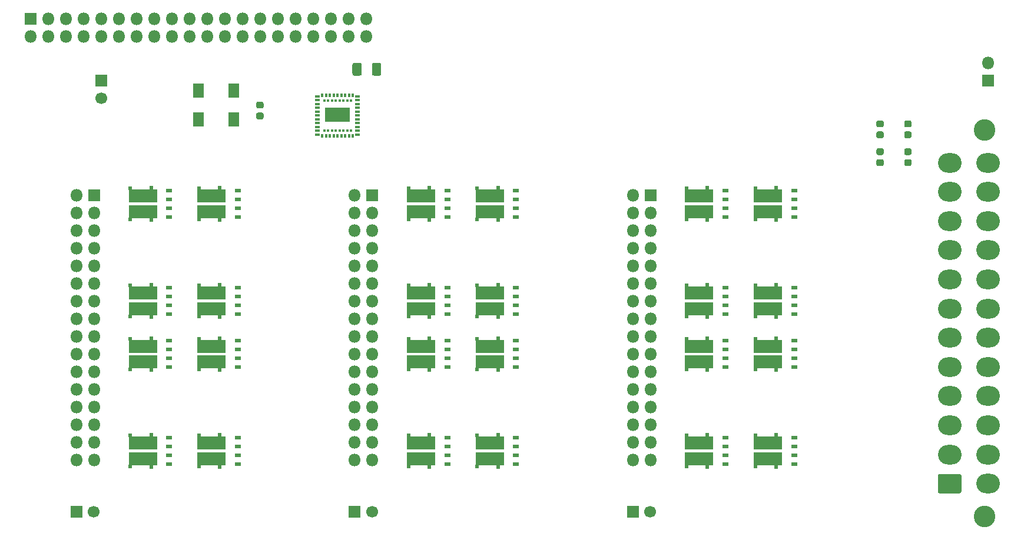
<source format=gbr>
%TF.GenerationSoftware,KiCad,Pcbnew,(5.1.6)-1*%
%TF.CreationDate,2020-07-20T16:14:19+09:00*%
%TF.ProjectId,PWM-LT8500,50574d2d-4c54-4383-9530-302e6b696361,rev?*%
%TF.SameCoordinates,Original*%
%TF.FileFunction,Soldermask,Top*%
%TF.FilePolarity,Negative*%
%FSLAX46Y46*%
G04 Gerber Fmt 4.6, Leading zero omitted, Abs format (unit mm)*
G04 Created by KiCad (PCBNEW (5.1.6)-1) date 2020-07-20 16:14:19*
%MOMM*%
%LPD*%
G01*
G04 APERTURE LIST*
%ADD10R,0.400000X0.450000*%
%ADD11R,0.650000X0.400000*%
%ADD12R,0.400000X0.600000*%
%ADD13R,3.600000X2.000000*%
%ADD14R,1.500000X2.100000*%
%ADD15C,1.700000*%
%ADD16R,1.700000X1.700000*%
%ADD17O,1.800000X1.800000*%
%ADD18R,1.800000X1.800000*%
%ADD19R,0.610000X0.685000*%
%ADD20R,0.510000X0.570000*%
%ADD21R,4.090000X1.830000*%
%ADD22R,0.820000X0.510000*%
%ADD23C,3.100000*%
%ADD24O,3.400000X2.800000*%
G04 APERTURE END LIST*
D10*
%TO.C,U1*%
X70925000Y-38835000D03*
X70375000Y-38835000D03*
X69825000Y-38835000D03*
X69275000Y-38835000D03*
X68725000Y-38835000D03*
X68175000Y-38835000D03*
X67625000Y-38835000D03*
X70925000Y-43185000D03*
X70375000Y-43185000D03*
X69825000Y-43185000D03*
X69275000Y-43185000D03*
X68725000Y-43185000D03*
X68175000Y-43185000D03*
X67625000Y-43185000D03*
D11*
X66125000Y-38260000D03*
X66125000Y-38810000D03*
X66125000Y-39360000D03*
X66125000Y-39910000D03*
X66125000Y-40460000D03*
X66125000Y-41010000D03*
X66125000Y-41560000D03*
X66125000Y-42110000D03*
X66125000Y-42660000D03*
X66125000Y-43210000D03*
X66125000Y-43760000D03*
X71875000Y-38260000D03*
X71875000Y-38810000D03*
X71875000Y-39360000D03*
X71875000Y-39910000D03*
X71875000Y-40460000D03*
X71875000Y-41010000D03*
X71875000Y-41560000D03*
X71875000Y-42110000D03*
X71875000Y-42660000D03*
X71875000Y-43210000D03*
X71875000Y-43760000D03*
D12*
X71200000Y-38110000D03*
X70650000Y-38110000D03*
X70100000Y-38110000D03*
X69550000Y-38110000D03*
X69000000Y-38110000D03*
X68450000Y-38110000D03*
X67900000Y-38110000D03*
X67350000Y-38110000D03*
X66800000Y-38110000D03*
X71200000Y-43910000D03*
X70650000Y-43910000D03*
X70100000Y-43910000D03*
X69550000Y-43910000D03*
X69000000Y-43910000D03*
X68450000Y-43910000D03*
X67900000Y-43910000D03*
X67350000Y-43910000D03*
X66800000Y-43910000D03*
D10*
X67075000Y-38835000D03*
X67075000Y-43185000D03*
D13*
X69000000Y-40850000D03*
%TD*%
D14*
%TO.C,Y1*%
X48960000Y-37400000D03*
X54040000Y-37400000D03*
X54040000Y-41600000D03*
X48960000Y-41600000D03*
%TD*%
%TO.C,C1*%
G36*
G01*
X57548750Y-40587500D02*
X58111250Y-40587500D01*
G75*
G02*
X58355000Y-40831250I0J-243750D01*
G01*
X58355000Y-41318750D01*
G75*
G02*
X58111250Y-41562500I-243750J0D01*
G01*
X57548750Y-41562500D01*
G75*
G02*
X57305000Y-41318750I0J243750D01*
G01*
X57305000Y-40831250D01*
G75*
G02*
X57548750Y-40587500I243750J0D01*
G01*
G37*
G36*
G01*
X57548750Y-39012500D02*
X58111250Y-39012500D01*
G75*
G02*
X58355000Y-39256250I0J-243750D01*
G01*
X58355000Y-39743750D01*
G75*
G02*
X58111250Y-39987500I-243750J0D01*
G01*
X57548750Y-39987500D01*
G75*
G02*
X57305000Y-39743750I0J243750D01*
G01*
X57305000Y-39256250D01*
G75*
G02*
X57548750Y-39012500I243750J0D01*
G01*
G37*
%TD*%
%TO.C,C3*%
G36*
G01*
X73935000Y-34995000D02*
X73935000Y-33685000D01*
G75*
G02*
X74205000Y-33415000I270000J0D01*
G01*
X75015000Y-33415000D01*
G75*
G02*
X75285000Y-33685000I0J-270000D01*
G01*
X75285000Y-34995000D01*
G75*
G02*
X75015000Y-35265000I-270000J0D01*
G01*
X74205000Y-35265000D01*
G75*
G02*
X73935000Y-34995000I0J270000D01*
G01*
G37*
G36*
G01*
X71135000Y-34995000D02*
X71135000Y-33685000D01*
G75*
G02*
X71405000Y-33415000I270000J0D01*
G01*
X72215000Y-33415000D01*
G75*
G02*
X72485000Y-33685000I0J-270000D01*
G01*
X72485000Y-34995000D01*
G75*
G02*
X72215000Y-35265000I-270000J0D01*
G01*
X71405000Y-35265000D01*
G75*
G02*
X71135000Y-34995000I0J270000D01*
G01*
G37*
%TD*%
D15*
%TO.C,C5*%
X113960000Y-98000000D03*
D16*
X111460000Y-98000000D03*
%TD*%
D15*
%TO.C,C2*%
X35000000Y-38500000D03*
D16*
X35000000Y-36000000D03*
%TD*%
D17*
%TO.C,J6*%
X162500000Y-33460000D03*
D18*
X162500000Y-36000000D03*
%TD*%
%TO.C,R2*%
G36*
G01*
X150718750Y-47300000D02*
X151281250Y-47300000D01*
G75*
G02*
X151525000Y-47543750I0J-243750D01*
G01*
X151525000Y-48031250D01*
G75*
G02*
X151281250Y-48275000I-243750J0D01*
G01*
X150718750Y-48275000D01*
G75*
G02*
X150475000Y-48031250I0J243750D01*
G01*
X150475000Y-47543750D01*
G75*
G02*
X150718750Y-47300000I243750J0D01*
G01*
G37*
G36*
G01*
X150718750Y-45725000D02*
X151281250Y-45725000D01*
G75*
G02*
X151525000Y-45968750I0J-243750D01*
G01*
X151525000Y-46456250D01*
G75*
G02*
X151281250Y-46700000I-243750J0D01*
G01*
X150718750Y-46700000D01*
G75*
G02*
X150475000Y-46456250I0J243750D01*
G01*
X150475000Y-45968750D01*
G75*
G02*
X150718750Y-45725000I243750J0D01*
G01*
G37*
%TD*%
%TO.C,R1*%
G36*
G01*
X146718750Y-47300000D02*
X147281250Y-47300000D01*
G75*
G02*
X147525000Y-47543750I0J-243750D01*
G01*
X147525000Y-48031250D01*
G75*
G02*
X147281250Y-48275000I-243750J0D01*
G01*
X146718750Y-48275000D01*
G75*
G02*
X146475000Y-48031250I0J243750D01*
G01*
X146475000Y-47543750D01*
G75*
G02*
X146718750Y-47300000I243750J0D01*
G01*
G37*
G36*
G01*
X146718750Y-45725000D02*
X147281250Y-45725000D01*
G75*
G02*
X147525000Y-45968750I0J-243750D01*
G01*
X147525000Y-46456250D01*
G75*
G02*
X147281250Y-46700000I-243750J0D01*
G01*
X146718750Y-46700000D01*
G75*
G02*
X146475000Y-46456250I0J243750D01*
G01*
X146475000Y-45968750D01*
G75*
G02*
X146718750Y-45725000I243750J0D01*
G01*
G37*
%TD*%
%TO.C,D50*%
G36*
G01*
X150718750Y-43300000D02*
X151281250Y-43300000D01*
G75*
G02*
X151525000Y-43543750I0J-243750D01*
G01*
X151525000Y-44031250D01*
G75*
G02*
X151281250Y-44275000I-243750J0D01*
G01*
X150718750Y-44275000D01*
G75*
G02*
X150475000Y-44031250I0J243750D01*
G01*
X150475000Y-43543750D01*
G75*
G02*
X150718750Y-43300000I243750J0D01*
G01*
G37*
G36*
G01*
X150718750Y-41725000D02*
X151281250Y-41725000D01*
G75*
G02*
X151525000Y-41968750I0J-243750D01*
G01*
X151525000Y-42456250D01*
G75*
G02*
X151281250Y-42700000I-243750J0D01*
G01*
X150718750Y-42700000D01*
G75*
G02*
X150475000Y-42456250I0J243750D01*
G01*
X150475000Y-41968750D01*
G75*
G02*
X150718750Y-41725000I243750J0D01*
G01*
G37*
%TD*%
%TO.C,D49*%
G36*
G01*
X146718750Y-43300000D02*
X147281250Y-43300000D01*
G75*
G02*
X147525000Y-43543750I0J-243750D01*
G01*
X147525000Y-44031250D01*
G75*
G02*
X147281250Y-44275000I-243750J0D01*
G01*
X146718750Y-44275000D01*
G75*
G02*
X146475000Y-44031250I0J243750D01*
G01*
X146475000Y-43543750D01*
G75*
G02*
X146718750Y-43300000I243750J0D01*
G01*
G37*
G36*
G01*
X146718750Y-41725000D02*
X147281250Y-41725000D01*
G75*
G02*
X147525000Y-41968750I0J-243750D01*
G01*
X147525000Y-42456250D01*
G75*
G02*
X147281250Y-42700000I-243750J0D01*
G01*
X146718750Y-42700000D01*
G75*
G02*
X146475000Y-42456250I0J243750D01*
G01*
X146475000Y-41968750D01*
G75*
G02*
X146718750Y-41725000I243750J0D01*
G01*
G37*
%TD*%
D15*
%TO.C,C6*%
X73960000Y-98000000D03*
D16*
X71460000Y-98000000D03*
%TD*%
D15*
%TO.C,C4*%
X33960000Y-98000000D03*
D16*
X31460000Y-98000000D03*
%TD*%
D17*
%TO.C,J4*%
X73130000Y-29620000D03*
X73130000Y-27080000D03*
X70590000Y-29620000D03*
X70590000Y-27080000D03*
X68050000Y-29620000D03*
X68050000Y-27080000D03*
X65510000Y-29620000D03*
X65510000Y-27080000D03*
X62970000Y-29620000D03*
X62970000Y-27080000D03*
X60430000Y-29620000D03*
X60430000Y-27080000D03*
X57890000Y-29620000D03*
X57890000Y-27080000D03*
X55350000Y-29620000D03*
X55350000Y-27080000D03*
X52810000Y-29620000D03*
X52810000Y-27080000D03*
X50270000Y-29620000D03*
X50270000Y-27080000D03*
X47730000Y-29620000D03*
X47730000Y-27080000D03*
X45190000Y-29620000D03*
X45190000Y-27080000D03*
X42650000Y-29620000D03*
X42650000Y-27080000D03*
X40110000Y-29620000D03*
X40110000Y-27080000D03*
X37570000Y-29620000D03*
X37570000Y-27080000D03*
X35030000Y-29620000D03*
X35030000Y-27080000D03*
X32490000Y-29620000D03*
X32490000Y-27080000D03*
X29950000Y-29620000D03*
X29950000Y-27080000D03*
X27410000Y-29620000D03*
X27410000Y-27080000D03*
X24870000Y-29620000D03*
D18*
X24870000Y-27080000D03*
%TD*%
D17*
%TO.C,J1*%
X31460000Y-90550000D03*
X34000000Y-90550000D03*
X31460000Y-88010000D03*
X34000000Y-88010000D03*
X31460000Y-85470000D03*
X34000000Y-85470000D03*
X31460000Y-82930000D03*
X34000000Y-82930000D03*
X31460000Y-80390000D03*
X34000000Y-80390000D03*
X31460000Y-77850000D03*
X34000000Y-77850000D03*
X31460000Y-75310000D03*
X34000000Y-75310000D03*
X31460000Y-72770000D03*
X34000000Y-72770000D03*
X31460000Y-70230000D03*
X34000000Y-70230000D03*
X31460000Y-67690000D03*
X34000000Y-67690000D03*
X31460000Y-65150000D03*
X34000000Y-65150000D03*
X31460000Y-62610000D03*
X34000000Y-62610000D03*
X31460000Y-60070000D03*
X34000000Y-60070000D03*
X31460000Y-57530000D03*
X34000000Y-57530000D03*
X31460000Y-54990000D03*
X34000000Y-54990000D03*
X31460000Y-52450000D03*
D18*
X34000000Y-52450000D03*
%TD*%
D17*
%TO.C,J2*%
X71460000Y-90550000D03*
X74000000Y-90550000D03*
X71460000Y-88010000D03*
X74000000Y-88010000D03*
X71460000Y-85470000D03*
X74000000Y-85470000D03*
X71460000Y-82930000D03*
X74000000Y-82930000D03*
X71460000Y-80390000D03*
X74000000Y-80390000D03*
X71460000Y-77850000D03*
X74000000Y-77850000D03*
X71460000Y-75310000D03*
X74000000Y-75310000D03*
X71460000Y-72770000D03*
X74000000Y-72770000D03*
X71460000Y-70230000D03*
X74000000Y-70230000D03*
X71460000Y-67690000D03*
X74000000Y-67690000D03*
X71460000Y-65150000D03*
X74000000Y-65150000D03*
X71460000Y-62610000D03*
X74000000Y-62610000D03*
X71460000Y-60070000D03*
X74000000Y-60070000D03*
X71460000Y-57530000D03*
X74000000Y-57530000D03*
X71460000Y-54990000D03*
X74000000Y-54990000D03*
X71460000Y-52450000D03*
D18*
X74000000Y-52450000D03*
%TD*%
D17*
%TO.C,J3*%
X111460000Y-90550000D03*
X114000000Y-90550000D03*
X111460000Y-88010000D03*
X114000000Y-88010000D03*
X111460000Y-85470000D03*
X114000000Y-85470000D03*
X111460000Y-82930000D03*
X114000000Y-82930000D03*
X111460000Y-80390000D03*
X114000000Y-80390000D03*
X111460000Y-77850000D03*
X114000000Y-77850000D03*
X111460000Y-75310000D03*
X114000000Y-75310000D03*
X111460000Y-72770000D03*
X114000000Y-72770000D03*
X111460000Y-70230000D03*
X114000000Y-70230000D03*
X111460000Y-67690000D03*
X114000000Y-67690000D03*
X111460000Y-65150000D03*
X114000000Y-65150000D03*
X111460000Y-62610000D03*
X114000000Y-62610000D03*
X111460000Y-60070000D03*
X114000000Y-60070000D03*
X111460000Y-57530000D03*
X114000000Y-57530000D03*
X111460000Y-54990000D03*
X114000000Y-54990000D03*
X111460000Y-52450000D03*
D18*
X114000000Y-52450000D03*
%TD*%
D19*
%TO.C,Q24*%
X122185000Y-51505000D03*
X122185000Y-55935000D03*
D20*
X119209000Y-55935000D03*
X119209000Y-51505000D03*
D21*
X121000000Y-52605000D03*
X121000000Y-54835000D03*
D22*
X124795000Y-51815000D03*
X124795000Y-53085000D03*
X124795000Y-54355000D03*
X124795000Y-55625000D03*
%TD*%
D19*
%TO.C,Q23*%
X132050000Y-51505000D03*
X132050000Y-55935000D03*
D20*
X129074000Y-55935000D03*
X129074000Y-51505000D03*
D21*
X130865000Y-52605000D03*
X130865000Y-54835000D03*
D22*
X134660000Y-51815000D03*
X134660000Y-53085000D03*
X134660000Y-54355000D03*
X134660000Y-55625000D03*
%TD*%
D19*
%TO.C,Q22*%
X132050000Y-65465000D03*
X132050000Y-69895000D03*
D20*
X129074000Y-69895000D03*
X129074000Y-65465000D03*
D21*
X130865000Y-66565000D03*
X130865000Y-68795000D03*
D22*
X134660000Y-65775000D03*
X134660000Y-67045000D03*
X134660000Y-68315000D03*
X134660000Y-69585000D03*
%TD*%
D19*
%TO.C,Q21*%
X122185000Y-65465000D03*
X122185000Y-69895000D03*
D20*
X119209000Y-69895000D03*
X119209000Y-65465000D03*
D21*
X121000000Y-66565000D03*
X121000000Y-68795000D03*
D22*
X124795000Y-65775000D03*
X124795000Y-67045000D03*
X124795000Y-68315000D03*
X124795000Y-69585000D03*
%TD*%
D19*
%TO.C,Q20*%
X122185000Y-73105000D03*
X122185000Y-77535000D03*
D20*
X119209000Y-77535000D03*
X119209000Y-73105000D03*
D21*
X121000000Y-74205000D03*
X121000000Y-76435000D03*
D22*
X124795000Y-73415000D03*
X124795000Y-74685000D03*
X124795000Y-75955000D03*
X124795000Y-77225000D03*
%TD*%
D19*
%TO.C,Q19*%
X132050000Y-73105000D03*
X132050000Y-77535000D03*
D20*
X129074000Y-77535000D03*
X129074000Y-73105000D03*
D21*
X130865000Y-74205000D03*
X130865000Y-76435000D03*
D22*
X134660000Y-73415000D03*
X134660000Y-74685000D03*
X134660000Y-75955000D03*
X134660000Y-77225000D03*
%TD*%
D19*
%TO.C,Q18*%
X132050000Y-87065000D03*
X132050000Y-91495000D03*
D20*
X129074000Y-91495000D03*
X129074000Y-87065000D03*
D21*
X130865000Y-88165000D03*
X130865000Y-90395000D03*
D22*
X134660000Y-87375000D03*
X134660000Y-88645000D03*
X134660000Y-89915000D03*
X134660000Y-91185000D03*
%TD*%
D19*
%TO.C,Q17*%
X122185000Y-87065000D03*
X122185000Y-91495000D03*
D20*
X119209000Y-91495000D03*
X119209000Y-87065000D03*
D21*
X121000000Y-88165000D03*
X121000000Y-90395000D03*
D22*
X124795000Y-87375000D03*
X124795000Y-88645000D03*
X124795000Y-89915000D03*
X124795000Y-91185000D03*
%TD*%
D19*
%TO.C,Q16*%
X82185000Y-51505000D03*
X82185000Y-55935000D03*
D20*
X79209000Y-55935000D03*
X79209000Y-51505000D03*
D21*
X81000000Y-52605000D03*
X81000000Y-54835000D03*
D22*
X84795000Y-51815000D03*
X84795000Y-53085000D03*
X84795000Y-54355000D03*
X84795000Y-55625000D03*
%TD*%
D19*
%TO.C,Q15*%
X92050000Y-51505000D03*
X92050000Y-55935000D03*
D20*
X89074000Y-55935000D03*
X89074000Y-51505000D03*
D21*
X90865000Y-52605000D03*
X90865000Y-54835000D03*
D22*
X94660000Y-51815000D03*
X94660000Y-53085000D03*
X94660000Y-54355000D03*
X94660000Y-55625000D03*
%TD*%
D19*
%TO.C,Q14*%
X92050000Y-65465000D03*
X92050000Y-69895000D03*
D20*
X89074000Y-69895000D03*
X89074000Y-65465000D03*
D21*
X90865000Y-66565000D03*
X90865000Y-68795000D03*
D22*
X94660000Y-65775000D03*
X94660000Y-67045000D03*
X94660000Y-68315000D03*
X94660000Y-69585000D03*
%TD*%
D19*
%TO.C,Q13*%
X82185000Y-65465000D03*
X82185000Y-69895000D03*
D20*
X79209000Y-69895000D03*
X79209000Y-65465000D03*
D21*
X81000000Y-66565000D03*
X81000000Y-68795000D03*
D22*
X84795000Y-65775000D03*
X84795000Y-67045000D03*
X84795000Y-68315000D03*
X84795000Y-69585000D03*
%TD*%
D19*
%TO.C,Q12*%
X82185000Y-73105000D03*
X82185000Y-77535000D03*
D20*
X79209000Y-77535000D03*
X79209000Y-73105000D03*
D21*
X81000000Y-74205000D03*
X81000000Y-76435000D03*
D22*
X84795000Y-73415000D03*
X84795000Y-74685000D03*
X84795000Y-75955000D03*
X84795000Y-77225000D03*
%TD*%
D19*
%TO.C,Q11*%
X92050000Y-73105000D03*
X92050000Y-77535000D03*
D20*
X89074000Y-77535000D03*
X89074000Y-73105000D03*
D21*
X90865000Y-74205000D03*
X90865000Y-76435000D03*
D22*
X94660000Y-73415000D03*
X94660000Y-74685000D03*
X94660000Y-75955000D03*
X94660000Y-77225000D03*
%TD*%
D19*
%TO.C,Q10*%
X92050000Y-87065000D03*
X92050000Y-91495000D03*
D20*
X89074000Y-91495000D03*
X89074000Y-87065000D03*
D21*
X90865000Y-88165000D03*
X90865000Y-90395000D03*
D22*
X94660000Y-87375000D03*
X94660000Y-88645000D03*
X94660000Y-89915000D03*
X94660000Y-91185000D03*
%TD*%
D19*
%TO.C,Q9*%
X82185000Y-87065000D03*
X82185000Y-91495000D03*
D20*
X79209000Y-91495000D03*
X79209000Y-87065000D03*
D21*
X81000000Y-88165000D03*
X81000000Y-90395000D03*
D22*
X84795000Y-87375000D03*
X84795000Y-88645000D03*
X84795000Y-89915000D03*
X84795000Y-91185000D03*
%TD*%
D19*
%TO.C,Q8*%
X42185000Y-51505000D03*
X42185000Y-55935000D03*
D20*
X39209000Y-55935000D03*
X39209000Y-51505000D03*
D21*
X41000000Y-52605000D03*
X41000000Y-54835000D03*
D22*
X44795000Y-51815000D03*
X44795000Y-53085000D03*
X44795000Y-54355000D03*
X44795000Y-55625000D03*
%TD*%
D19*
%TO.C,Q7*%
X52050000Y-51505000D03*
X52050000Y-55935000D03*
D20*
X49074000Y-55935000D03*
X49074000Y-51505000D03*
D21*
X50865000Y-52605000D03*
X50865000Y-54835000D03*
D22*
X54660000Y-51815000D03*
X54660000Y-53085000D03*
X54660000Y-54355000D03*
X54660000Y-55625000D03*
%TD*%
D19*
%TO.C,Q6*%
X52050000Y-65465000D03*
X52050000Y-69895000D03*
D20*
X49074000Y-69895000D03*
X49074000Y-65465000D03*
D21*
X50865000Y-66565000D03*
X50865000Y-68795000D03*
D22*
X54660000Y-65775000D03*
X54660000Y-67045000D03*
X54660000Y-68315000D03*
X54660000Y-69585000D03*
%TD*%
D19*
%TO.C,Q5*%
X42185000Y-65465000D03*
X42185000Y-69895000D03*
D20*
X39209000Y-69895000D03*
X39209000Y-65465000D03*
D21*
X41000000Y-66565000D03*
X41000000Y-68795000D03*
D22*
X44795000Y-65775000D03*
X44795000Y-67045000D03*
X44795000Y-68315000D03*
X44795000Y-69585000D03*
%TD*%
D19*
%TO.C,Q4*%
X42185000Y-73105000D03*
X42185000Y-77535000D03*
D20*
X39209000Y-77535000D03*
X39209000Y-73105000D03*
D21*
X41000000Y-74205000D03*
X41000000Y-76435000D03*
D22*
X44795000Y-73415000D03*
X44795000Y-74685000D03*
X44795000Y-75955000D03*
X44795000Y-77225000D03*
%TD*%
D19*
%TO.C,Q3*%
X52050000Y-73105000D03*
X52050000Y-77535000D03*
D20*
X49074000Y-77535000D03*
X49074000Y-73105000D03*
D21*
X50865000Y-74205000D03*
X50865000Y-76435000D03*
D22*
X54660000Y-73415000D03*
X54660000Y-74685000D03*
X54660000Y-75955000D03*
X54660000Y-77225000D03*
%TD*%
D19*
%TO.C,Q2*%
X52050000Y-87065000D03*
X52050000Y-91495000D03*
D20*
X49074000Y-91495000D03*
X49074000Y-87065000D03*
D21*
X50865000Y-88165000D03*
X50865000Y-90395000D03*
D22*
X54660000Y-87375000D03*
X54660000Y-88645000D03*
X54660000Y-89915000D03*
X54660000Y-91185000D03*
%TD*%
D19*
%TO.C,Q1*%
X42185000Y-87065000D03*
X42185000Y-91495000D03*
D20*
X39209000Y-91495000D03*
X39209000Y-87065000D03*
D21*
X41000000Y-88165000D03*
X41000000Y-90395000D03*
D22*
X44795000Y-87375000D03*
X44795000Y-88645000D03*
X44795000Y-89915000D03*
X44795000Y-91185000D03*
%TD*%
D23*
%TO.C,J5*%
X162040000Y-43100000D03*
X162040000Y-98700000D03*
D24*
X162500000Y-47800000D03*
X162500000Y-52000000D03*
X162500000Y-56200000D03*
X162500000Y-60400000D03*
X162500000Y-64600000D03*
X162500000Y-68800000D03*
X162500000Y-73000000D03*
X162500000Y-77200000D03*
X162500000Y-81400000D03*
X162500000Y-85600000D03*
X162500000Y-89800000D03*
X162500000Y-94000000D03*
X157000000Y-47800000D03*
X157000000Y-52000000D03*
X157000000Y-56200000D03*
X157000000Y-60400000D03*
X157000000Y-64600000D03*
X157000000Y-68800000D03*
X157000000Y-73000000D03*
X157000000Y-77200000D03*
X157000000Y-81400000D03*
X157000000Y-85600000D03*
X157000000Y-89800000D03*
G36*
G01*
X158440740Y-95400000D02*
X155559260Y-95400000D01*
G75*
G02*
X155300000Y-95140740I0J259260D01*
G01*
X155300000Y-92859260D01*
G75*
G02*
X155559260Y-92600000I259260J0D01*
G01*
X158440740Y-92600000D01*
G75*
G02*
X158700000Y-92859260I0J-259260D01*
G01*
X158700000Y-95140740D01*
G75*
G02*
X158440740Y-95400000I-259260J0D01*
G01*
G37*
%TD*%
M02*

</source>
